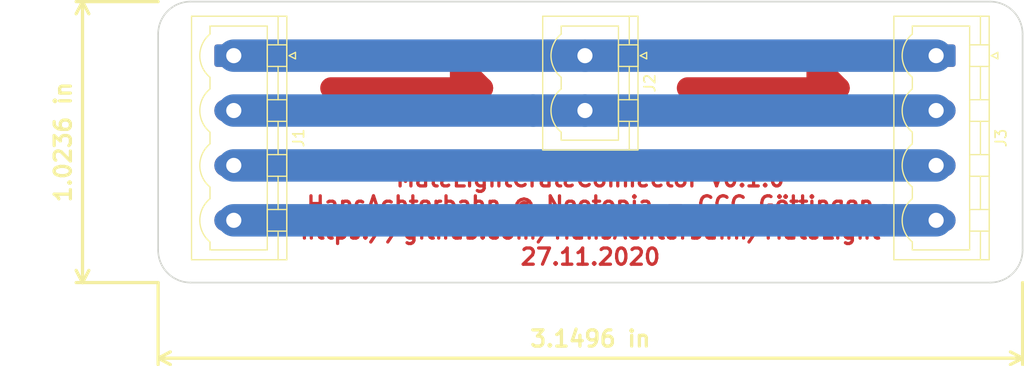
<source format=kicad_pcb>
(kicad_pcb (version 20171130) (host pcbnew 5.0.2-bee76a0~70~ubuntu18.04.1)

  (general
    (thickness 1.6)
    (drawings 11)
    (tracks 16)
    (zones 0)
    (modules 3)
    (nets 5)
  )

  (page A4)
  (title_block
    (title MateLightCrateConnector)
    (date 2020-11-27)
    (rev v0.1.0)
    (company "HansAchterbahn @ Neotopia - CCC Göttingen")
  )

  (layers
    (0 F.Cu signal)
    (31 B.Cu signal)
    (32 B.Adhes user)
    (33 F.Adhes user)
    (34 B.Paste user)
    (35 F.Paste user)
    (36 B.SilkS user)
    (37 F.SilkS user)
    (38 B.Mask user)
    (39 F.Mask user)
    (40 Dwgs.User user)
    (41 Cmts.User user)
    (42 Eco1.User user)
    (43 Eco2.User user)
    (44 Edge.Cuts user)
    (45 Margin user)
    (46 B.CrtYd user)
    (47 F.CrtYd user)
    (48 B.Fab user)
    (49 F.Fab user)
  )

  (setup
    (last_trace_width 0.25)
    (trace_clearance 0.2)
    (zone_clearance 0.508)
    (zone_45_only no)
    (trace_min 0.2)
    (segment_width 0.2)
    (edge_width 0.15)
    (via_size 0.8)
    (via_drill 0.4)
    (via_min_size 0.4)
    (via_min_drill 0.3)
    (uvia_size 0.3)
    (uvia_drill 0.1)
    (uvias_allowed no)
    (uvia_min_size 0.2)
    (uvia_min_drill 0.1)
    (pcb_text_width 0.3)
    (pcb_text_size 1.5 1.5)
    (mod_edge_width 0.15)
    (mod_text_size 1 1)
    (mod_text_width 0.15)
    (pad_size 1.524 1.524)
    (pad_drill 0.762)
    (pad_to_mask_clearance 0.051)
    (solder_mask_min_width 0.25)
    (aux_axis_origin 0 0)
    (visible_elements FFFFFF7F)
    (pcbplotparams
      (layerselection 0x010fc_ffffffff)
      (usegerberextensions false)
      (usegerberattributes false)
      (usegerberadvancedattributes false)
      (creategerberjobfile false)
      (excludeedgelayer true)
      (linewidth 0.100000)
      (plotframeref false)
      (viasonmask false)
      (mode 1)
      (useauxorigin false)
      (hpglpennumber 1)
      (hpglpenspeed 20)
      (hpglpendiameter 15.000000)
      (psnegative false)
      (psa4output false)
      (plotreference true)
      (plotvalue true)
      (plotinvisibletext false)
      (padsonsilk false)
      (subtractmaskfromsilk false)
      (outputformat 1)
      (mirror false)
      (drillshape 0)
      (scaleselection 1)
      (outputdirectory "Gerber/"))
  )

  (net 0 "")
  (net 1 /DATA)
  (net 2 /CLK)
  (net 3 /GND)
  (net 4 /5V)

  (net_class Default "Dies ist die voreingestellte Netzklasse."
    (clearance 0.2)
    (trace_width 0.25)
    (via_dia 0.8)
    (via_drill 0.4)
    (uvia_dia 0.3)
    (uvia_drill 0.1)
  )

  (net_class HighCurrent ""
    (clearance 0.5)
    (trace_width 3)
    (via_dia 0.8)
    (via_drill 0.4)
    (uvia_dia 0.3)
    (uvia_drill 0.1)
    (add_net /5V)
    (add_net /CLK)
    (add_net /DATA)
    (add_net /GND)
  )

  (module Connector_Phoenix_MSTB:PhoenixContact_MSTBVA_2,5_4-G-5,08_1x04_P5.08mm_Vertical (layer F.Cu) (tedit 5B785047) (tstamp 5FCE3403)
    (at 97 99 270)
    (descr "Generic Phoenix Contact connector footprint for: MSTBVA_2,5/4-G-5,08; number of pins: 04; pin pitch: 5.08mm; Vertical || order number: 1755752 12A || order number: 1924321 16A (HC)")
    (tags "phoenix_contact connector MSTBVA_01x04_G_5.08mm")
    (path /5FC17994)
    (fp_text reference J1 (at 7.62 -6 270) (layer F.SilkS)
      (effects (font (size 1 1) (thickness 0.15)))
    )
    (fp_text value Conn_01x04 (at 7.62 5 270) (layer F.Fab)
      (effects (font (size 1 1) (thickness 0.15)))
    )
    (fp_text user %R (at 7.62 -4.1 270) (layer F.Fab)
      (effects (font (size 1 1) (thickness 0.15)))
    )
    (fp_line (start -0.5 -3.55) (end 0.5 -3.55) (layer F.Fab) (width 0.1))
    (fp_line (start 0 -2.55) (end -0.5 -3.55) (layer F.Fab) (width 0.1))
    (fp_line (start 0.5 -3.55) (end 0 -2.55) (layer F.Fab) (width 0.1))
    (fp_line (start -0.3 -5.71) (end 0.3 -5.71) (layer F.SilkS) (width 0.12))
    (fp_line (start 0 -5.11) (end -0.3 -5.71) (layer F.SilkS) (width 0.12))
    (fp_line (start 0.3 -5.71) (end 0 -5.11) (layer F.SilkS) (width 0.12))
    (fp_line (start 19.28 -5.3) (end -4.04 -5.3) (layer F.CrtYd) (width 0.05))
    (fp_line (start 19.28 4.3) (end 19.28 -5.3) (layer F.CrtYd) (width 0.05))
    (fp_line (start -4.04 4.3) (end 19.28 4.3) (layer F.CrtYd) (width 0.05))
    (fp_line (start -4.04 -5.3) (end -4.04 4.3) (layer F.CrtYd) (width 0.05))
    (fp_line (start 17.98 2.2) (end 17.24 2.2) (layer F.SilkS) (width 0.12))
    (fp_line (start 17.98 -3.1) (end 17.98 2.2) (layer F.SilkS) (width 0.12))
    (fp_line (start -2.74 -3.1) (end 17.98 -3.1) (layer F.SilkS) (width 0.12))
    (fp_line (start -2.74 2.2) (end -2.74 -3.1) (layer F.SilkS) (width 0.12))
    (fp_line (start -2 2.2) (end -2.74 2.2) (layer F.SilkS) (width 0.12))
    (fp_line (start 12.16 2.2) (end 13.24 2.2) (layer F.SilkS) (width 0.12))
    (fp_line (start 7.08 2.2) (end 8.16 2.2) (layer F.SilkS) (width 0.12))
    (fp_line (start 2 2.2) (end 3.08 2.2) (layer F.SilkS) (width 0.12))
    (fp_line (start 16.24 -3.1) (end 14.24 -3.1) (layer F.SilkS) (width 0.12))
    (fp_line (start 16.24 -4.91) (end 16.24 -3.1) (layer F.SilkS) (width 0.12))
    (fp_line (start 14.24 -4.91) (end 16.24 -4.91) (layer F.SilkS) (width 0.12))
    (fp_line (start 14.24 -3.1) (end 14.24 -4.91) (layer F.SilkS) (width 0.12))
    (fp_line (start 11.16 -3.1) (end 9.16 -3.1) (layer F.SilkS) (width 0.12))
    (fp_line (start 11.16 -4.91) (end 11.16 -3.1) (layer F.SilkS) (width 0.12))
    (fp_line (start 9.16 -4.91) (end 11.16 -4.91) (layer F.SilkS) (width 0.12))
    (fp_line (start 9.16 -3.1) (end 9.16 -4.91) (layer F.SilkS) (width 0.12))
    (fp_line (start 6.08 -3.1) (end 4.08 -3.1) (layer F.SilkS) (width 0.12))
    (fp_line (start 6.08 -4.91) (end 6.08 -3.1) (layer F.SilkS) (width 0.12))
    (fp_line (start 4.08 -4.91) (end 6.08 -4.91) (layer F.SilkS) (width 0.12))
    (fp_line (start 4.08 -3.1) (end 4.08 -4.91) (layer F.SilkS) (width 0.12))
    (fp_line (start 1 -3.1) (end -1 -3.1) (layer F.SilkS) (width 0.12))
    (fp_line (start 1 -4.91) (end 1 -3.1) (layer F.SilkS) (width 0.12))
    (fp_line (start -1 -4.91) (end 1 -4.91) (layer F.SilkS) (width 0.12))
    (fp_line (start -1 -3.1) (end -1 -4.91) (layer F.SilkS) (width 0.12))
    (fp_line (start 11.16 -4.1) (end 14.24 -4.1) (layer F.SilkS) (width 0.12))
    (fp_line (start 6.08 -4.1) (end 9.16 -4.1) (layer F.SilkS) (width 0.12))
    (fp_line (start 1 -4.1) (end 4.08 -4.1) (layer F.SilkS) (width 0.12))
    (fp_line (start 18.89 -4.1) (end 16.35 -4.1) (layer F.SilkS) (width 0.12))
    (fp_line (start -3.65 -4.1) (end -1.11 -4.1) (layer F.SilkS) (width 0.12))
    (fp_line (start 18.78 -4.8) (end -3.54 -4.8) (layer F.Fab) (width 0.1))
    (fp_line (start 18.78 3.8) (end 18.78 -4.8) (layer F.Fab) (width 0.1))
    (fp_line (start -3.54 3.8) (end 18.78 3.8) (layer F.Fab) (width 0.1))
    (fp_line (start -3.54 -4.8) (end -3.54 3.8) (layer F.Fab) (width 0.1))
    (fp_line (start 18.89 -4.91) (end -3.65 -4.91) (layer F.SilkS) (width 0.12))
    (fp_line (start 18.89 3.91) (end 18.89 -4.91) (layer F.SilkS) (width 0.12))
    (fp_line (start -3.65 3.91) (end 18.89 3.91) (layer F.SilkS) (width 0.12))
    (fp_line (start -3.65 -4.91) (end -3.65 3.91) (layer F.SilkS) (width 0.12))
    (fp_arc (start 15.24 0.55) (end 13.24 2.2) (angle -100.5) (layer F.SilkS) (width 0.12))
    (fp_arc (start 10.16 0.55) (end 8.16 2.2) (angle -100.5) (layer F.SilkS) (width 0.12))
    (fp_arc (start 5.08 0.55) (end 3.08 2.2) (angle -100.5) (layer F.SilkS) (width 0.12))
    (fp_arc (start 0 0.55) (end -2 2.2) (angle -100.5) (layer F.SilkS) (width 0.12))
    (pad 4 thru_hole oval (at 15.24 0 270) (size 2.08 3.6) (drill 1.4) (layers *.Cu *.Mask)
      (net 1 /DATA))
    (pad 3 thru_hole oval (at 10.16 0 270) (size 2.08 3.6) (drill 1.4) (layers *.Cu *.Mask)
      (net 2 /CLK))
    (pad 2 thru_hole oval (at 5.08 0 270) (size 2.08 3.6) (drill 1.4) (layers *.Cu *.Mask)
      (net 3 /GND))
    (pad 1 thru_hole roundrect (at 0 0 270) (size 2.08 3.6) (drill 1.4) (layers *.Cu *.Mask) (roundrect_rratio 0.120192)
      (net 4 /5V))
    (model ${KISYS3DMOD}/Connector_Phoenix_MSTB.3dshapes/PhoenixContact_MSTBVA_2,5_4-G-5,08_1x04_P5.08mm_Vertical.wrl
      (at (xyz 0 0 0))
      (scale (xyz 1 1 1))
      (rotate (xyz 0 0 0))
    )
  )

  (module Connector_Phoenix_MSTB:PhoenixContact_MSTBVA_2,5_2-G-5,08_1x02_P5.08mm_Vertical (layer F.Cu) (tedit 5B785047) (tstamp 5FCE34A4)
    (at 129.5 99 270)
    (descr "Generic Phoenix Contact connector footprint for: MSTBVA_2,5/2-G-5,08; number of pins: 02; pin pitch: 5.08mm; Vertical || order number: 1755736 12A || order number: 1924305 16A (HC)")
    (tags "phoenix_contact connector MSTBVA_01x02_G_5.08mm")
    (path /5FC1774E)
    (fp_text reference J2 (at 2.54 -6 270) (layer F.SilkS)
      (effects (font (size 1 1) (thickness 0.15)))
    )
    (fp_text value Conn_01x02 (at 2.54 5 270) (layer F.Fab)
      (effects (font (size 1 1) (thickness 0.15)))
    )
    (fp_arc (start 0 0.55) (end -2 2.2) (angle -100.5) (layer F.SilkS) (width 0.12))
    (fp_arc (start 5.08 0.55) (end 3.08 2.2) (angle -100.5) (layer F.SilkS) (width 0.12))
    (fp_line (start -3.65 -4.91) (end -3.65 3.91) (layer F.SilkS) (width 0.12))
    (fp_line (start -3.65 3.91) (end 8.73 3.91) (layer F.SilkS) (width 0.12))
    (fp_line (start 8.73 3.91) (end 8.73 -4.91) (layer F.SilkS) (width 0.12))
    (fp_line (start 8.73 -4.91) (end -3.65 -4.91) (layer F.SilkS) (width 0.12))
    (fp_line (start -3.54 -4.8) (end -3.54 3.8) (layer F.Fab) (width 0.1))
    (fp_line (start -3.54 3.8) (end 8.62 3.8) (layer F.Fab) (width 0.1))
    (fp_line (start 8.62 3.8) (end 8.62 -4.8) (layer F.Fab) (width 0.1))
    (fp_line (start 8.62 -4.8) (end -3.54 -4.8) (layer F.Fab) (width 0.1))
    (fp_line (start -3.65 -4.1) (end -1.11 -4.1) (layer F.SilkS) (width 0.12))
    (fp_line (start 8.73 -4.1) (end 6.19 -4.1) (layer F.SilkS) (width 0.12))
    (fp_line (start 1 -4.1) (end 4.08 -4.1) (layer F.SilkS) (width 0.12))
    (fp_line (start -1 -3.1) (end -1 -4.91) (layer F.SilkS) (width 0.12))
    (fp_line (start -1 -4.91) (end 1 -4.91) (layer F.SilkS) (width 0.12))
    (fp_line (start 1 -4.91) (end 1 -3.1) (layer F.SilkS) (width 0.12))
    (fp_line (start 1 -3.1) (end -1 -3.1) (layer F.SilkS) (width 0.12))
    (fp_line (start 4.08 -3.1) (end 4.08 -4.91) (layer F.SilkS) (width 0.12))
    (fp_line (start 4.08 -4.91) (end 6.08 -4.91) (layer F.SilkS) (width 0.12))
    (fp_line (start 6.08 -4.91) (end 6.08 -3.1) (layer F.SilkS) (width 0.12))
    (fp_line (start 6.08 -3.1) (end 4.08 -3.1) (layer F.SilkS) (width 0.12))
    (fp_line (start 2 2.2) (end 3.08 2.2) (layer F.SilkS) (width 0.12))
    (fp_line (start -2 2.2) (end -2.74 2.2) (layer F.SilkS) (width 0.12))
    (fp_line (start -2.74 2.2) (end -2.74 -3.1) (layer F.SilkS) (width 0.12))
    (fp_line (start -2.74 -3.1) (end 7.82 -3.1) (layer F.SilkS) (width 0.12))
    (fp_line (start 7.82 -3.1) (end 7.82 2.2) (layer F.SilkS) (width 0.12))
    (fp_line (start 7.82 2.2) (end 7.08 2.2) (layer F.SilkS) (width 0.12))
    (fp_line (start -4.04 -5.3) (end -4.04 4.3) (layer F.CrtYd) (width 0.05))
    (fp_line (start -4.04 4.3) (end 9.12 4.3) (layer F.CrtYd) (width 0.05))
    (fp_line (start 9.12 4.3) (end 9.12 -5.3) (layer F.CrtYd) (width 0.05))
    (fp_line (start 9.12 -5.3) (end -4.04 -5.3) (layer F.CrtYd) (width 0.05))
    (fp_line (start 0.3 -5.71) (end 0 -5.11) (layer F.SilkS) (width 0.12))
    (fp_line (start 0 -5.11) (end -0.3 -5.71) (layer F.SilkS) (width 0.12))
    (fp_line (start -0.3 -5.71) (end 0.3 -5.71) (layer F.SilkS) (width 0.12))
    (fp_line (start 0.5 -3.55) (end 0 -2.55) (layer F.Fab) (width 0.1))
    (fp_line (start 0 -2.55) (end -0.5 -3.55) (layer F.Fab) (width 0.1))
    (fp_line (start -0.5 -3.55) (end 0.5 -3.55) (layer F.Fab) (width 0.1))
    (fp_text user %R (at 2.54 -4.1 270) (layer F.Fab)
      (effects (font (size 1 1) (thickness 0.15)))
    )
    (pad 1 thru_hole roundrect (at 0 0 270) (size 2.08 3.6) (drill 1.4) (layers *.Cu *.Mask) (roundrect_rratio 0.120192)
      (net 4 /5V))
    (pad 2 thru_hole oval (at 5.08 0 270) (size 2.08 3.6) (drill 1.4) (layers *.Cu *.Mask)
      (net 3 /GND))
    (model ${KISYS3DMOD}/Connector_Phoenix_MSTB.3dshapes/PhoenixContact_MSTBVA_2,5_2-G-5,08_1x02_P5.08mm_Vertical.wrl
      (at (xyz 0 0 0))
      (scale (xyz 1 1 1))
      (rotate (xyz 0 0 0))
    )
  )

  (module Connector_Phoenix_MSTB:PhoenixContact_MSTBVA_2,5_4-G-5,08_1x04_P5.08mm_Vertical (layer F.Cu) (tedit 5B785047) (tstamp 5FCE3535)
    (at 162 99 270)
    (descr "Generic Phoenix Contact connector footprint for: MSTBVA_2,5/4-G-5,08; number of pins: 04; pin pitch: 5.08mm; Vertical || order number: 1755752 12A || order number: 1924321 16A (HC)")
    (tags "phoenix_contact connector MSTBVA_01x04_G_5.08mm")
    (path /5FC178C8)
    (fp_text reference J3 (at 7.62 -6 270) (layer F.SilkS)
      (effects (font (size 1 1) (thickness 0.15)))
    )
    (fp_text value Conn_01x04 (at 7.62 5 270) (layer F.Fab)
      (effects (font (size 1 1) (thickness 0.15)))
    )
    (fp_arc (start 0 0.55) (end -2 2.2) (angle -100.5) (layer F.SilkS) (width 0.12))
    (fp_arc (start 5.08 0.55) (end 3.08 2.2) (angle -100.5) (layer F.SilkS) (width 0.12))
    (fp_arc (start 10.16 0.55) (end 8.16 2.2) (angle -100.5) (layer F.SilkS) (width 0.12))
    (fp_arc (start 15.24 0.55) (end 13.24 2.2) (angle -100.5) (layer F.SilkS) (width 0.12))
    (fp_line (start -3.65 -4.91) (end -3.65 3.91) (layer F.SilkS) (width 0.12))
    (fp_line (start -3.65 3.91) (end 18.89 3.91) (layer F.SilkS) (width 0.12))
    (fp_line (start 18.89 3.91) (end 18.89 -4.91) (layer F.SilkS) (width 0.12))
    (fp_line (start 18.89 -4.91) (end -3.65 -4.91) (layer F.SilkS) (width 0.12))
    (fp_line (start -3.54 -4.8) (end -3.54 3.8) (layer F.Fab) (width 0.1))
    (fp_line (start -3.54 3.8) (end 18.78 3.8) (layer F.Fab) (width 0.1))
    (fp_line (start 18.78 3.8) (end 18.78 -4.8) (layer F.Fab) (width 0.1))
    (fp_line (start 18.78 -4.8) (end -3.54 -4.8) (layer F.Fab) (width 0.1))
    (fp_line (start -3.65 -4.1) (end -1.11 -4.1) (layer F.SilkS) (width 0.12))
    (fp_line (start 18.89 -4.1) (end 16.35 -4.1) (layer F.SilkS) (width 0.12))
    (fp_line (start 1 -4.1) (end 4.08 -4.1) (layer F.SilkS) (width 0.12))
    (fp_line (start 6.08 -4.1) (end 9.16 -4.1) (layer F.SilkS) (width 0.12))
    (fp_line (start 11.16 -4.1) (end 14.24 -4.1) (layer F.SilkS) (width 0.12))
    (fp_line (start -1 -3.1) (end -1 -4.91) (layer F.SilkS) (width 0.12))
    (fp_line (start -1 -4.91) (end 1 -4.91) (layer F.SilkS) (width 0.12))
    (fp_line (start 1 -4.91) (end 1 -3.1) (layer F.SilkS) (width 0.12))
    (fp_line (start 1 -3.1) (end -1 -3.1) (layer F.SilkS) (width 0.12))
    (fp_line (start 4.08 -3.1) (end 4.08 -4.91) (layer F.SilkS) (width 0.12))
    (fp_line (start 4.08 -4.91) (end 6.08 -4.91) (layer F.SilkS) (width 0.12))
    (fp_line (start 6.08 -4.91) (end 6.08 -3.1) (layer F.SilkS) (width 0.12))
    (fp_line (start 6.08 -3.1) (end 4.08 -3.1) (layer F.SilkS) (width 0.12))
    (fp_line (start 9.16 -3.1) (end 9.16 -4.91) (layer F.SilkS) (width 0.12))
    (fp_line (start 9.16 -4.91) (end 11.16 -4.91) (layer F.SilkS) (width 0.12))
    (fp_line (start 11.16 -4.91) (end 11.16 -3.1) (layer F.SilkS) (width 0.12))
    (fp_line (start 11.16 -3.1) (end 9.16 -3.1) (layer F.SilkS) (width 0.12))
    (fp_line (start 14.24 -3.1) (end 14.24 -4.91) (layer F.SilkS) (width 0.12))
    (fp_line (start 14.24 -4.91) (end 16.24 -4.91) (layer F.SilkS) (width 0.12))
    (fp_line (start 16.24 -4.91) (end 16.24 -3.1) (layer F.SilkS) (width 0.12))
    (fp_line (start 16.24 -3.1) (end 14.24 -3.1) (layer F.SilkS) (width 0.12))
    (fp_line (start 2 2.2) (end 3.08 2.2) (layer F.SilkS) (width 0.12))
    (fp_line (start 7.08 2.2) (end 8.16 2.2) (layer F.SilkS) (width 0.12))
    (fp_line (start 12.16 2.2) (end 13.24 2.2) (layer F.SilkS) (width 0.12))
    (fp_line (start -2 2.2) (end -2.74 2.2) (layer F.SilkS) (width 0.12))
    (fp_line (start -2.74 2.2) (end -2.74 -3.1) (layer F.SilkS) (width 0.12))
    (fp_line (start -2.74 -3.1) (end 17.98 -3.1) (layer F.SilkS) (width 0.12))
    (fp_line (start 17.98 -3.1) (end 17.98 2.2) (layer F.SilkS) (width 0.12))
    (fp_line (start 17.98 2.2) (end 17.24 2.2) (layer F.SilkS) (width 0.12))
    (fp_line (start -4.04 -5.3) (end -4.04 4.3) (layer F.CrtYd) (width 0.05))
    (fp_line (start -4.04 4.3) (end 19.28 4.3) (layer F.CrtYd) (width 0.05))
    (fp_line (start 19.28 4.3) (end 19.28 -5.3) (layer F.CrtYd) (width 0.05))
    (fp_line (start 19.28 -5.3) (end -4.04 -5.3) (layer F.CrtYd) (width 0.05))
    (fp_line (start 0.3 -5.71) (end 0 -5.11) (layer F.SilkS) (width 0.12))
    (fp_line (start 0 -5.11) (end -0.3 -5.71) (layer F.SilkS) (width 0.12))
    (fp_line (start -0.3 -5.71) (end 0.3 -5.71) (layer F.SilkS) (width 0.12))
    (fp_line (start 0.5 -3.55) (end 0 -2.55) (layer F.Fab) (width 0.1))
    (fp_line (start 0 -2.55) (end -0.5 -3.55) (layer F.Fab) (width 0.1))
    (fp_line (start -0.5 -3.55) (end 0.5 -3.55) (layer F.Fab) (width 0.1))
    (fp_text user %R (at 7.62 -4.1 270) (layer F.Fab)
      (effects (font (size 1 1) (thickness 0.15)))
    )
    (pad 1 thru_hole roundrect (at 0 0 270) (size 2.08 3.6) (drill 1.4) (layers *.Cu *.Mask) (roundrect_rratio 0.120192)
      (net 4 /5V))
    (pad 2 thru_hole oval (at 5.08 0 270) (size 2.08 3.6) (drill 1.4) (layers *.Cu *.Mask)
      (net 3 /GND))
    (pad 3 thru_hole oval (at 10.16 0 270) (size 2.08 3.6) (drill 1.4) (layers *.Cu *.Mask)
      (net 2 /CLK))
    (pad 4 thru_hole oval (at 15.24 0 270) (size 2.08 3.6) (drill 1.4) (layers *.Cu *.Mask)
      (net 1 /DATA))
    (model ${KISYS3DMOD}/Connector_Phoenix_MSTB.3dshapes/PhoenixContact_MSTBVA_2,5_4-G-5,08_1x04_P5.08mm_Vertical.wrl
      (at (xyz 0 0 0))
      (scale (xyz 1 1 1))
      (rotate (xyz 0 0 0))
    )
  )

  (gr_arc (start 167 97) (end 170 97) (angle -90) (layer Edge.Cuts) (width 0.15))
  (gr_arc (start 167 117) (end 167 120) (angle -90) (layer Edge.Cuts) (width 0.15))
  (gr_arc (start 93 117) (end 90 117) (angle -90) (layer Edge.Cuts) (width 0.15))
  (gr_arc (start 93 97) (end 93 94) (angle -90) (layer Edge.Cuts) (width 0.15))
  (gr_text "MateLightCrateConnector v0.1.0\nHansAchterbahn @ Neotopia - CCC Göttingen\nhttps://github.com/HansAchterbahn/MateLight\n27.11.2020" (at 130 114) (layer F.Cu)
    (effects (font (size 1.5 1.5) (thickness 0.3)))
  )
  (dimension 26 (width 0.3) (layer F.SilkS)
    (gr_text "26,000 mm" (at 80.9 107 90) (layer F.SilkS)
      (effects (font (size 1.5 1.5) (thickness 0.3)))
    )
    (feature1 (pts (xy 90 94) (xy 82.413579 94)))
    (feature2 (pts (xy 90 120) (xy 82.413579 120)))
    (crossbar (pts (xy 83 120) (xy 83 94)))
    (arrow1a (pts (xy 83 94) (xy 83.586421 95.126504)))
    (arrow1b (pts (xy 83 94) (xy 82.413579 95.126504)))
    (arrow2a (pts (xy 83 120) (xy 83.586421 118.873496)))
    (arrow2b (pts (xy 83 120) (xy 82.413579 118.873496)))
  )
  (dimension 80 (width 0.3) (layer F.SilkS)
    (gr_text "80,000 mm" (at 130 129.1) (layer F.SilkS)
      (effects (font (size 1.5 1.5) (thickness 0.3)))
    )
    (feature1 (pts (xy 170 120) (xy 170 127.586421)))
    (feature2 (pts (xy 90 120) (xy 90 127.586421)))
    (crossbar (pts (xy 90 127) (xy 170 127)))
    (arrow1a (pts (xy 170 127) (xy 168.873496 127.586421)))
    (arrow1b (pts (xy 170 127) (xy 168.873496 126.413579)))
    (arrow2a (pts (xy 90 127) (xy 91.126504 127.586421)))
    (arrow2b (pts (xy 90 127) (xy 91.126504 126.413579)))
  )
  (gr_line (start 90 117) (end 90 97) (layer Edge.Cuts) (width 0.15))
  (gr_line (start 167 120) (end 93 120) (layer Edge.Cuts) (width 0.15))
  (gr_line (start 170 97) (end 170 117) (layer Edge.Cuts) (width 0.15))
  (gr_line (start 93 94) (end 167 94) (layer Edge.Cuts) (width 0.15))

  (segment (start 106 102) (end 120 102) (width 2) (layer F.Cu) (net 0) (tstamp 5FC559AA))
  (segment (start 120 102) (end 118 100) (width 2) (layer F.Cu) (net 0) (tstamp 5FC559A4))
  (segment (start 118 100) (end 118 104) (width 2) (layer F.Cu) (net 0) (tstamp 5FC559A1))
  (segment (start 118 104) (end 120 102) (width 2) (layer F.Cu) (net 0) (tstamp 5FC559A7))
  (segment (start 139 102) (end 153 102) (width 2) (layer F.Cu) (net 0) (tstamp 5FC55998))
  (segment (start 151 104) (end 153 102) (width 2) (layer F.Cu) (net 0) (tstamp 5FC55999))
  (segment (start 153 102) (end 151 100) (width 2) (layer F.Cu) (net 0) (tstamp 5FC5599A))
  (segment (start 151 100) (end 151 104) (width 2) (layer F.Cu) (net 0) (tstamp 5FC5599B))
  (segment (start 157.2 114.24) (end 97 114.24) (width 3) (layer B.Cu) (net 1))
  (segment (start 162 114.24) (end 157.2 114.24) (width 3) (layer B.Cu) (net 1))
  (segment (start 97 109.16) (end 162 109.16) (width 3) (layer B.Cu) (net 2))
  (segment (start 162 104.08) (end 129.5 104.08) (width 3) (layer B.Cu) (net 3))
  (segment (start 124.7 104.08) (end 97 104.08) (width 3) (layer B.Cu) (net 3))
  (segment (start 129.5 104.08) (end 124.7 104.08) (width 3) (layer B.Cu) (net 3))
  (segment (start 97 99) (end 129.5 99) (width 3) (layer B.Cu) (net 4))
  (segment (start 129.5 99) (end 162 99) (width 3) (layer B.Cu) (net 4))

)

</source>
